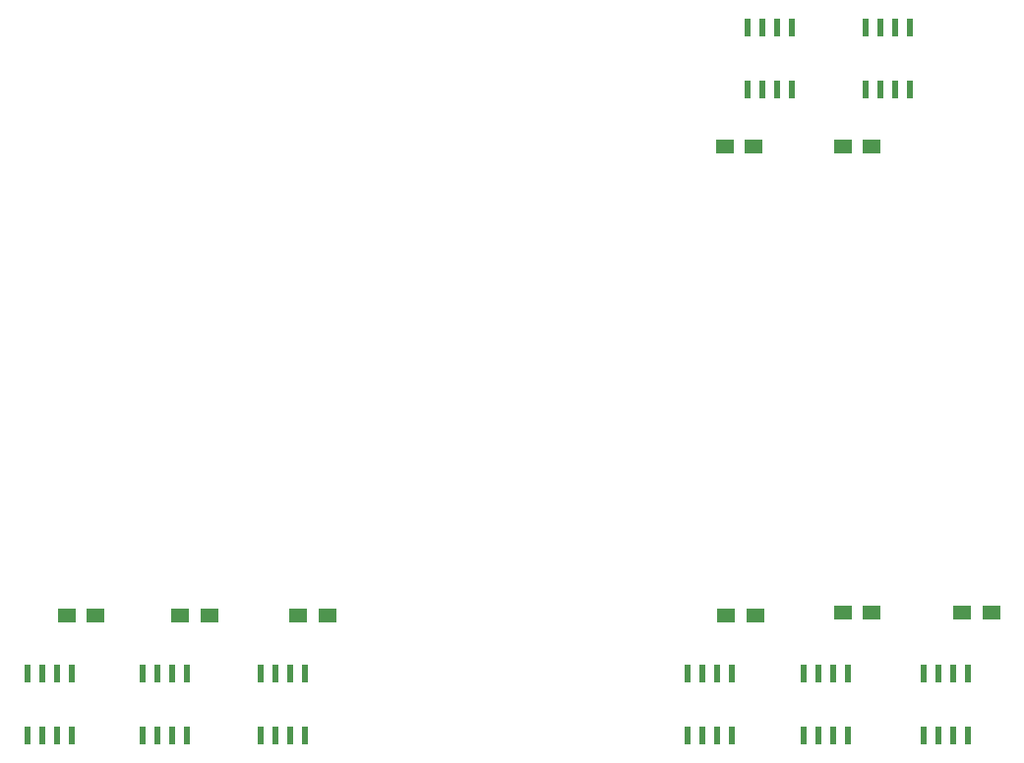
<source format=gbr>
G04 #@! TF.FileFunction,Paste,Top*
%FSLAX46Y46*%
G04 Gerber Fmt 4.6, Leading zero omitted, Abs format (unit mm)*
G04 Created by KiCad (PCBNEW 4.0.7-e2-6376~58~ubuntu16.04.1) date Tue Dec 12 15:57:28 2017*
%MOMM*%
%LPD*%
G01*
G04 APERTURE LIST*
%ADD10C,0.100000*%
%ADD11R,0.600000X1.550000*%
%ADD12R,1.500000X1.250000*%
G04 APERTURE END LIST*
D10*
D11*
X159893000Y-55974000D03*
X158623000Y-55974000D03*
X157353000Y-55974000D03*
X156083000Y-55974000D03*
X156083000Y-61374000D03*
X157353000Y-61374000D03*
X158623000Y-61374000D03*
X159893000Y-61374000D03*
D12*
X174518000Y-106426000D03*
X177018000Y-106426000D03*
X107208000Y-106680000D03*
X109708000Y-106680000D03*
X166731000Y-66294000D03*
X164231000Y-66294000D03*
X117368000Y-106680000D03*
X119868000Y-106680000D03*
X156571000Y-66294000D03*
X154071000Y-66294000D03*
X154198000Y-106680000D03*
X156698000Y-106680000D03*
X164231000Y-106426000D03*
X166731000Y-106426000D03*
D11*
X94107000Y-117000000D03*
X95377000Y-117000000D03*
X96647000Y-117000000D03*
X97917000Y-117000000D03*
X97917000Y-111600000D03*
X96647000Y-111600000D03*
X95377000Y-111600000D03*
X94107000Y-111600000D03*
X171196000Y-117000000D03*
X172466000Y-117000000D03*
X173736000Y-117000000D03*
X175006000Y-117000000D03*
X175006000Y-111600000D03*
X173736000Y-111600000D03*
X172466000Y-111600000D03*
X171196000Y-111600000D03*
X104013000Y-117000000D03*
X105283000Y-117000000D03*
X106553000Y-117000000D03*
X107823000Y-117000000D03*
X107823000Y-111600000D03*
X106553000Y-111600000D03*
X105283000Y-111600000D03*
X104013000Y-111600000D03*
X170053000Y-55974000D03*
X168783000Y-55974000D03*
X167513000Y-55974000D03*
X166243000Y-55974000D03*
X166243000Y-61374000D03*
X167513000Y-61374000D03*
X168783000Y-61374000D03*
X170053000Y-61374000D03*
X114173000Y-117000000D03*
X115443000Y-117000000D03*
X116713000Y-117000000D03*
X117983000Y-117000000D03*
X117983000Y-111600000D03*
X116713000Y-111600000D03*
X115443000Y-111600000D03*
X114173000Y-111600000D03*
X150876000Y-117000000D03*
X152146000Y-117000000D03*
X153416000Y-117000000D03*
X154686000Y-117000000D03*
X154686000Y-111600000D03*
X153416000Y-111600000D03*
X152146000Y-111600000D03*
X150876000Y-111600000D03*
X160909000Y-117000000D03*
X162179000Y-117000000D03*
X163449000Y-117000000D03*
X164719000Y-117000000D03*
X164719000Y-111600000D03*
X163449000Y-111600000D03*
X162179000Y-111600000D03*
X160909000Y-111600000D03*
D12*
X97429000Y-106680000D03*
X99929000Y-106680000D03*
M02*

</source>
